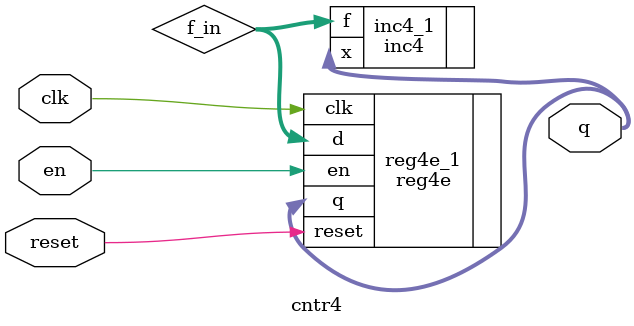
<source format=v>
`timescale 1ns / 1ps
module cntr4(
    input clk,
    input reset,
    input en,
    output [3:0] q
    );

	// Add the reg4e and inc4 components and wire them 
	//  to form a 4-bit counter
wire [3:0] f_in;

reg4e reg4e_1(
	.clk(clk),
   .reset(reset),
   .en(en),
   .d(f_in),
   .q(q));

inc4 inc4_1(
	.x(q),
	.f(f_in)
);	

	
   
endmodule

</source>
